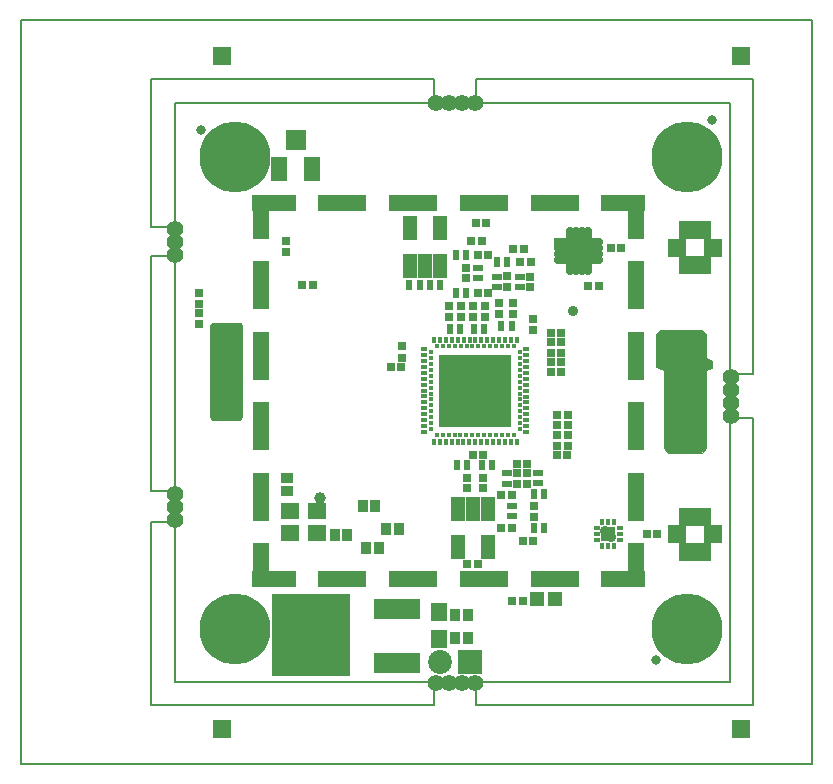
<source format=gts>
G04 (created by PCBNEW (2013-05-31 BZR 4019)-stable) date 11/04/2014 15:09:40*
%MOIN*%
G04 Gerber Fmt 3.4, Leading zero omitted, Abs format*
%FSLAX34Y34*%
G01*
G70*
G90*
G04 APERTURE LIST*
%ADD10C,0.00590551*%
%ADD11C,0.0077*%
%ADD12C,0.0314961*%
%ADD13C,0.0357*%
%ADD14C,0.0554*%
%ADD15R,0.0592X0.0592*%
%ADD16C,0.0395*%
%ADD17R,0.055X0.0588*%
%ADD18R,0.0588X0.055*%
%ADD19R,0.0273X0.0253*%
%ADD20R,0.0253X0.0273*%
%ADD21R,0.0337X0.0218*%
%ADD22R,0.0218X0.0337*%
%ADD23R,0.0353X0.0392*%
%ADD24R,0.0392X0.0353*%
%ADD25R,0.0273X0.0273*%
%ADD26C,0.2365*%
%ADD27R,0.1571X0.0704*%
%ADD28R,0.2594X0.2752*%
%ADD29R,0.0514X0.0514*%
%ADD30R,0.0797X0.0797*%
%ADD31C,0.0797*%
%ADD32R,0.0453X0.0803*%
%ADD33R,0.0823X0.0823*%
%ADD34O,0.0271X0.0489*%
%ADD35O,0.0276X0.0489*%
%ADD36O,0.0272X0.0489*%
%ADD37O,0.0489X0.0272*%
%ADD38R,0.0489X0.0272*%
%ADD39O,0.0489X0.0276*%
%ADD40R,0.0357X0.0409*%
%ADD41R,0.022X0.0314*%
%ADD42R,0.0476X0.0295*%
%ADD43R,0.0527X0.0295*%
%ADD44R,0.0554X0.0295*%
%ADD45R,0.0759X0.0295*%
%ADD46R,0.0219X0.0295*%
%ADD47R,0.0219X0.0283*%
%ADD48R,0.022X0.0295*%
%ADD49R,0.0219X0.0371*%
%ADD50R,0.0219X0.0542*%
%ADD51R,0.0219X0.0504*%
%ADD52R,0.0219X0.0294*%
%ADD53R,0.0219X0.0409*%
%ADD54R,0.0219X0.058*%
%ADD55R,0.0219X0.0675*%
%ADD56R,0.0219X0.0789*%
%ADD57R,0.0219X0.0846*%
%ADD58R,0.0219X0.0903*%
%ADD59R,0.0219X0.0979*%
%ADD60R,0.0219X0.0485*%
%ADD61R,0.0219X0.0447*%
%ADD62R,0.0219X0.0428*%
%ADD63R,0.0219X0.039*%
%ADD64R,0.0219X0.0333*%
%ADD65R,0.0219X0.0276*%
%ADD66R,0.0219X0.0238*%
%ADD67R,0.0219X0.0637*%
%ADD68R,0.0219X0.0751*%
%ADD69R,0.0219X0.0314*%
%ADD70R,0.0219X0.0257*%
%ADD71R,0.022X0.034*%
%ADD72R,0.0219X0.0535*%
%ADD73R,0.0219X0.0352*%
%ADD74R,0.0219X0.0561*%
%ADD75R,0.0219X0.0599*%
%ADD76R,0.0219X0.0523*%
%ADD77R,0.0219X0.0466*%
%ADD78R,0.0791X0.0295*%
%ADD79R,0.0357X0.0295*%
%ADD80R,0.022X0.058*%
%ADD81R,0.0219X0.0618*%
%ADD82R,0.0495X0.0295*%
%ADD83R,0.0417X0.0295*%
%ADD84R,0.0924X0.0295*%
%ADD85R,0.0219X0.3981*%
%ADD86R,0.0129921X0.0248031*%
%ADD87R,0.0248031X0.0129921*%
%ADD88R,0.0464567X0.0464567*%
%ADD89R,0.240146X0.240146*%
%ADD90R,0.0235X0.0393*%
%ADD91R,0.0155X0.0155*%
%ADD92R,0.0155X0.0215*%
%ADD93R,0.0215X0.0155*%
%ADD94R,0.1649X0.0546*%
%ADD95R,0.1453X0.0546*%
%ADD96R,0.0546X0.1453*%
%ADD97R,0.0546X0.1649*%
%ADD98R,0.0711811X0.0711811*%
%ADD99R,0.0554331X0.0829921*%
%ADD100R,0.0593701X0.0593701*%
%ADD101R,0.106614X0.0613386*%
%ADD102C,0.0039*%
%ADD103C,0.01*%
G04 APERTURE END LIST*
G54D10*
G54D11*
X42606Y-52483D02*
X42606Y-27680D01*
X68983Y-52483D02*
X42606Y-52483D01*
X68983Y-27680D02*
X68983Y-52483D01*
X42606Y-27680D02*
X68983Y-27680D01*
X66228Y-30437D02*
X66228Y-39492D01*
X57764Y-30437D02*
X66228Y-30437D01*
X57764Y-29650D02*
X57764Y-30437D01*
X67016Y-29650D02*
X57764Y-29650D01*
X67016Y-39492D02*
X67016Y-29650D01*
X66228Y-39492D02*
X67016Y-39492D01*
X57764Y-50515D02*
X57764Y-49728D01*
X67016Y-50515D02*
X57764Y-50515D01*
X67016Y-40948D02*
X67016Y-50515D01*
X66228Y-40948D02*
X67016Y-40948D01*
X66228Y-49728D02*
X66228Y-40948D01*
X57764Y-49728D02*
X66228Y-49728D01*
X46936Y-50515D02*
X46936Y-44413D01*
X56386Y-50515D02*
X46936Y-50515D01*
X56386Y-49728D02*
X56386Y-50515D01*
X47724Y-49728D02*
X56386Y-49728D01*
X47724Y-44413D02*
X47724Y-49728D01*
X46936Y-44413D02*
X47724Y-44413D01*
X46936Y-43390D02*
X46936Y-35555D01*
X47724Y-43390D02*
X46936Y-43390D01*
X47724Y-35555D02*
X47724Y-43390D01*
X46936Y-35555D02*
X47724Y-35555D01*
X47724Y-30437D02*
X47724Y-34570D01*
X46936Y-34570D02*
X47724Y-34570D01*
X46936Y-29648D02*
X46936Y-34570D01*
X46936Y-29648D02*
X56384Y-29648D01*
X56384Y-29648D02*
X56384Y-30437D01*
X47724Y-30437D02*
X56384Y-30437D01*
G54D12*
X48590Y-31346D03*
X65629Y-31015D03*
X63771Y-49007D03*
G54D13*
X61386Y-35540D03*
X61024Y-35536D03*
X61024Y-35198D03*
X61394Y-35193D03*
G54D14*
X47725Y-34630D03*
X47725Y-35063D03*
X47725Y-35496D03*
X47725Y-44335D03*
X47725Y-43902D03*
X47725Y-43469D03*
X66268Y-39571D03*
X66268Y-40004D03*
X66268Y-40437D03*
X66268Y-40870D03*
G54D15*
X49299Y-51303D03*
X49299Y-51303D03*
X66622Y-51303D03*
X66622Y-51303D03*
X66621Y-28862D03*
X66621Y-28862D03*
G54D13*
X58299Y-40354D03*
X58299Y-39921D03*
X58082Y-40138D03*
X58515Y-40138D03*
X61011Y-37386D03*
X62078Y-44708D03*
X62275Y-44901D03*
X58732Y-40354D03*
X57866Y-40354D03*
X57433Y-40354D03*
X57000Y-40354D03*
X56783Y-40571D03*
X57216Y-40571D03*
X57653Y-40571D03*
X58082Y-40571D03*
X58515Y-40571D03*
X58515Y-41004D03*
X58082Y-41004D03*
X57653Y-41004D03*
X57216Y-41004D03*
X56783Y-41004D03*
X57000Y-40787D03*
X57433Y-40787D03*
X58299Y-40787D03*
X57866Y-40787D03*
X58732Y-40787D03*
X58732Y-39921D03*
X57866Y-39921D03*
X57433Y-39921D03*
X57000Y-39921D03*
X56783Y-40138D03*
X57216Y-40138D03*
X57653Y-40138D03*
X58515Y-39705D03*
X58082Y-39705D03*
X57653Y-39705D03*
X57216Y-39705D03*
X56783Y-39705D03*
X57000Y-39488D03*
X57433Y-39488D03*
X58299Y-39488D03*
X57866Y-39488D03*
X58732Y-39488D03*
X58732Y-39055D03*
X57866Y-39055D03*
X58299Y-39055D03*
X57433Y-39055D03*
X57000Y-39055D03*
X56783Y-39272D03*
X57216Y-39272D03*
X57653Y-39272D03*
X58082Y-39272D03*
X58515Y-39272D03*
G54D16*
X52586Y-43621D03*
G54D17*
X56532Y-48310D03*
X56532Y-47406D03*
G54D18*
X51568Y-44036D03*
X52472Y-44036D03*
X51568Y-44772D03*
X52472Y-44772D03*
G54D19*
X51445Y-35036D03*
X51445Y-35406D03*
G54D20*
X61870Y-36559D03*
X61500Y-36559D03*
G54D19*
X60461Y-41890D03*
X60461Y-41520D03*
X55299Y-38559D03*
X55299Y-38929D03*
X60827Y-41504D03*
X60827Y-41874D03*
X60618Y-38784D03*
X60618Y-38414D03*
X60264Y-38402D03*
X60264Y-38772D03*
X59665Y-38024D03*
X59665Y-37654D03*
G54D21*
X58799Y-43133D03*
X58799Y-42793D03*
X57825Y-35952D03*
X57825Y-36292D03*
X59843Y-43123D03*
X59843Y-42783D03*
G54D22*
X58800Y-35740D03*
X58460Y-35740D03*
X57442Y-36787D03*
X57102Y-36787D03*
G54D21*
X58472Y-36568D03*
X58472Y-36228D03*
G54D22*
X57434Y-35512D03*
X57094Y-35512D03*
X58957Y-37870D03*
X58617Y-37870D03*
G54D21*
X59252Y-36247D03*
X59252Y-36587D03*
G54D22*
X58296Y-42520D03*
X57956Y-42520D03*
X57123Y-42500D03*
X57463Y-42500D03*
X59692Y-44606D03*
X60032Y-44606D03*
G54D21*
X58976Y-44225D03*
X58976Y-43885D03*
G54D22*
X59692Y-43484D03*
X60032Y-43484D03*
X57237Y-37984D03*
X56897Y-37984D03*
X56568Y-36500D03*
X56228Y-36500D03*
X55550Y-36496D03*
X55890Y-36496D03*
X58044Y-37992D03*
X57704Y-37992D03*
G54D23*
X57078Y-47500D03*
X57508Y-47500D03*
X57088Y-48284D03*
X57518Y-48284D03*
X54542Y-45276D03*
X54112Y-45276D03*
G54D24*
X51469Y-43372D03*
X51469Y-42943D03*
G54D23*
X53057Y-44851D03*
X53487Y-44851D03*
X55215Y-44638D03*
X54785Y-44638D03*
X53990Y-43882D03*
X54420Y-43882D03*
G54D25*
X59016Y-35305D03*
X59370Y-35305D03*
X59327Y-45031D03*
X59681Y-45031D03*
X58976Y-44606D03*
X58622Y-44606D03*
X59693Y-43878D03*
X59693Y-44232D03*
X58976Y-43504D03*
X58622Y-43504D03*
X59124Y-42776D03*
X59124Y-43130D03*
X59488Y-42776D03*
X59488Y-43130D03*
X59130Y-42477D03*
X59484Y-42477D03*
X59577Y-36584D03*
X59577Y-36230D03*
X57469Y-45799D03*
X57823Y-45799D03*
X57622Y-35059D03*
X57976Y-35059D03*
X58004Y-42933D03*
X58004Y-43287D03*
X57461Y-42933D03*
X57461Y-43287D03*
X57667Y-42165D03*
X58021Y-42165D03*
X59012Y-37480D03*
X59012Y-37126D03*
X59248Y-35744D03*
X59602Y-35744D03*
X58799Y-36575D03*
X58799Y-36221D03*
X57441Y-36289D03*
X57441Y-35935D03*
X51976Y-36496D03*
X52330Y-36496D03*
X57825Y-35522D03*
X58179Y-35522D03*
X58071Y-37579D03*
X58071Y-37225D03*
X57677Y-37579D03*
X57677Y-37225D03*
X57260Y-37575D03*
X57260Y-37221D03*
X57825Y-36781D03*
X58179Y-36781D03*
X57764Y-34433D03*
X58118Y-34433D03*
X56874Y-37567D03*
X56874Y-37213D03*
X58547Y-37480D03*
X58547Y-37126D03*
X62260Y-35279D03*
X62614Y-35279D03*
X48532Y-37130D03*
X48532Y-36776D03*
X48532Y-37457D03*
X48532Y-37811D03*
X60264Y-38110D03*
X60618Y-38110D03*
X60268Y-39083D03*
X60622Y-39083D03*
X60264Y-39406D03*
X60618Y-39406D03*
X60473Y-40831D03*
X60827Y-40831D03*
X60461Y-42173D03*
X60815Y-42173D03*
X55283Y-39252D03*
X54929Y-39252D03*
X60481Y-41173D03*
X60835Y-41173D03*
G54D26*
X49752Y-32228D03*
X64791Y-32228D03*
X64791Y-47975D03*
X49752Y-47975D03*
G54D27*
X55145Y-49107D03*
G54D28*
X52271Y-48173D03*
G54D27*
X55145Y-47309D03*
G54D20*
X59347Y-47051D03*
X58977Y-47051D03*
G54D29*
X60421Y-46992D03*
X59791Y-46992D03*
G54D15*
X49299Y-28862D03*
X49299Y-28862D03*
G54D14*
X56426Y-49768D03*
X56859Y-49768D03*
X57292Y-49768D03*
X57726Y-49768D03*
X56425Y-30437D03*
X56858Y-30437D03*
X57291Y-30437D03*
X57725Y-30437D03*
G54D30*
X57576Y-49079D03*
G54D31*
X56576Y-49079D03*
G54D32*
X57164Y-43981D03*
X57664Y-43981D03*
X58164Y-43981D03*
X58164Y-45232D03*
X57164Y-45232D03*
G54D33*
X61200Y-35379D03*
G54D34*
X61298Y-34799D03*
G54D35*
X61102Y-34799D03*
G54D34*
X60905Y-34799D03*
G54D35*
X61495Y-34799D03*
X61102Y-35959D03*
G54D36*
X60905Y-35960D03*
X61298Y-35960D03*
X61495Y-35960D03*
G54D37*
X60619Y-35281D03*
G54D38*
X60619Y-35084D03*
G54D37*
X60619Y-35477D03*
X60619Y-35674D03*
G54D39*
X61780Y-35281D03*
G54D37*
X61781Y-35084D03*
X61781Y-35477D03*
X61781Y-35674D03*
G54D32*
X56579Y-35874D03*
X56079Y-35874D03*
X55579Y-35874D03*
X55579Y-34623D03*
X56579Y-34623D03*
G54D40*
X65303Y-39141D03*
G54D41*
X65063Y-40479D03*
G54D42*
X64551Y-40832D03*
G54D43*
X64905Y-40832D03*
G54D44*
X64890Y-41137D03*
G54D45*
X64791Y-41438D03*
G54D46*
X65437Y-39141D03*
G54D47*
X64362Y-40940D03*
G54D48*
X64377Y-41328D03*
G54D47*
X64358Y-41334D03*
G54D49*
X64378Y-41479D03*
G54D50*
X65043Y-39587D03*
G54D51*
X65059Y-39606D03*
G54D46*
X65063Y-40224D03*
G54D48*
X65044Y-40224D03*
G54D52*
X65059Y-39826D03*
G54D53*
X63960Y-38571D03*
G54D54*
X63979Y-38561D03*
G54D55*
X63998Y-38571D03*
G54D56*
X64017Y-38571D03*
G54D57*
X64036Y-38561D03*
G54D58*
X64055Y-38571D03*
G54D59*
X64074Y-38571D03*
G54D60*
X64093Y-38837D03*
X64093Y-38305D03*
G54D61*
X64112Y-38875D03*
X64112Y-38267D03*
G54D62*
X64131Y-38903D03*
G54D53*
X64131Y-38229D03*
G54D63*
X64150Y-38922D03*
G54D49*
X64150Y-38210D03*
G54D64*
X64169Y-38932D03*
X64169Y-38210D03*
G54D46*
X64188Y-38932D03*
G54D61*
X64188Y-38571D03*
G54D65*
X64188Y-38200D03*
G54D66*
X64207Y-38941D03*
G54D50*
X64207Y-38561D03*
G54D66*
X64207Y-38200D03*
G54D67*
X64226Y-38571D03*
G54D55*
X64245Y-38571D03*
G54D68*
X64264Y-38571D03*
G54D62*
X64283Y-38751D03*
G54D53*
X64283Y-38381D03*
G54D49*
X64302Y-38780D03*
X64302Y-38362D03*
G54D69*
X64321Y-38789D03*
X64321Y-38352D03*
G54D70*
X64340Y-38799D03*
X64340Y-38343D03*
G54D64*
X64359Y-41915D03*
G54D71*
X64358Y-41464D03*
G54D72*
X64362Y-40712D03*
G54D69*
X64359Y-40024D03*
G54D51*
X64359Y-39606D03*
G54D46*
X64359Y-38571D03*
G54D73*
X64378Y-41905D03*
G54D46*
X64378Y-40946D03*
G54D74*
X64378Y-40699D03*
G54D73*
X64378Y-40024D03*
G54D50*
X64378Y-39587D03*
G54D53*
X64378Y-38571D03*
G54D73*
X64397Y-41905D03*
G54D49*
X64397Y-41478D03*
G54D46*
X64397Y-41326D03*
X64397Y-40946D03*
G54D54*
X64397Y-40689D03*
G54D73*
X64397Y-40024D03*
G54D54*
X64397Y-39568D03*
G54D60*
X64397Y-38571D03*
G54D73*
X64416Y-41905D03*
G54D49*
X64416Y-41478D03*
G54D46*
X64416Y-41307D03*
X64416Y-40965D03*
G54D75*
X64416Y-40680D03*
G54D73*
X64416Y-40024D03*
G54D75*
X64416Y-39559D03*
G54D76*
X64416Y-38571D03*
G54D49*
X64435Y-41896D03*
X64435Y-41478D03*
G54D46*
X64435Y-41307D03*
X64435Y-40965D03*
G54D64*
X64435Y-40528D03*
G54D49*
X64435Y-40034D03*
G54D73*
X64435Y-39416D03*
G54D46*
X64435Y-38685D03*
X64435Y-38457D03*
G54D49*
X64454Y-41896D03*
X64454Y-41478D03*
G54D46*
X64454Y-41288D03*
X64454Y-40984D03*
G54D69*
X64454Y-40499D03*
G54D63*
X64454Y-40024D03*
G54D64*
X64454Y-39388D03*
G54D66*
X64454Y-38694D03*
X64454Y-38447D03*
G54D49*
X64473Y-41896D03*
G54D63*
X64473Y-41487D03*
G54D46*
X64473Y-41288D03*
X64473Y-40984D03*
X64473Y-40490D03*
G54D65*
X64473Y-40081D03*
G54D46*
X64473Y-39977D03*
G54D69*
X64473Y-39359D03*
G54D49*
X64492Y-41896D03*
G54D63*
X64492Y-41487D03*
G54D46*
X64492Y-41269D03*
G54D65*
X64492Y-40993D03*
G54D46*
X64492Y-40490D03*
X64492Y-40091D03*
G54D65*
X64492Y-39967D03*
G54D69*
X64492Y-39359D03*
G54D63*
X64511Y-41886D03*
X64511Y-41487D03*
G54D46*
X64511Y-41269D03*
X64511Y-41003D03*
X64511Y-40471D03*
X64511Y-40091D03*
X64511Y-39958D03*
G54D69*
X64511Y-39340D03*
G54D65*
X64530Y-41829D03*
G54D63*
X64530Y-41487D03*
G54D46*
X64530Y-41250D03*
G54D65*
X64530Y-41012D03*
G54D46*
X64530Y-40471D03*
X64530Y-40091D03*
X64530Y-39958D03*
X64530Y-39331D03*
G54D65*
X64549Y-41829D03*
G54D53*
X64549Y-41497D03*
G54D46*
X64549Y-41250D03*
X64549Y-41022D03*
X64549Y-40471D03*
G54D65*
X64549Y-40100D03*
G54D46*
X64549Y-39958D03*
X64549Y-39331D03*
X64568Y-41820D03*
X64568Y-41554D03*
X64568Y-41231D03*
G54D65*
X64568Y-41031D03*
G54D46*
X64568Y-40471D03*
X64568Y-40110D03*
G54D65*
X64568Y-39948D03*
G54D77*
X64568Y-38789D03*
G54D51*
X64568Y-38333D03*
G54D65*
X64587Y-41810D03*
X64587Y-41563D03*
G54D46*
X64587Y-41231D03*
X64587Y-41041D03*
X64587Y-40471D03*
X64587Y-40110D03*
X64587Y-39939D03*
G54D60*
X64587Y-38780D03*
G54D51*
X64587Y-38333D03*
G54D65*
X64606Y-41810D03*
G54D46*
X64606Y-41573D03*
X64606Y-41212D03*
G54D65*
X64606Y-41050D03*
G54D46*
X64606Y-40490D03*
G54D65*
X64606Y-40119D03*
G54D46*
X64606Y-39939D03*
G54D76*
X64606Y-38761D03*
G54D51*
X64606Y-38333D03*
G54D65*
X64625Y-41810D03*
G54D46*
X64625Y-41573D03*
X64625Y-41212D03*
X64625Y-41060D03*
G54D69*
X64625Y-40499D03*
G54D46*
X64625Y-40129D03*
X64625Y-39939D03*
G54D76*
X64625Y-38761D03*
G54D51*
X64625Y-38333D03*
G54D46*
X64644Y-41801D03*
X64644Y-41573D03*
X64644Y-41193D03*
G54D65*
X64644Y-41069D03*
G54D69*
X64644Y-40518D03*
G54D46*
X64644Y-40129D03*
X64644Y-39920D03*
G54D64*
X64644Y-38647D03*
G54D65*
X64663Y-41791D03*
X64663Y-41582D03*
G54D63*
X64663Y-41126D03*
G54D73*
X64663Y-40537D03*
G54D46*
X64663Y-40129D03*
X64663Y-39920D03*
X64663Y-38628D03*
G54D65*
X64682Y-41791D03*
G54D46*
X64682Y-41592D03*
G54D49*
X64682Y-41136D03*
G54D75*
X64682Y-40680D03*
G54D65*
X64682Y-40138D03*
G54D46*
X64682Y-39920D03*
X64682Y-38609D03*
G54D65*
X64701Y-41791D03*
G54D46*
X64701Y-41592D03*
G54D73*
X64701Y-41126D03*
G54D54*
X64701Y-40689D03*
G54D46*
X64701Y-40148D03*
X64701Y-39901D03*
G54D78*
X64704Y-39711D03*
G54D79*
X64701Y-38875D03*
G54D46*
X64701Y-38609D03*
G54D79*
X64701Y-38438D03*
G54D46*
X64720Y-41782D03*
G54D65*
X64720Y-41601D03*
G54D64*
X64720Y-41136D03*
G54D50*
X64720Y-40708D03*
G54D46*
X64720Y-40148D03*
X64720Y-39901D03*
G54D65*
X64720Y-38618D03*
G54D45*
X64791Y-41934D03*
G54D65*
X64739Y-41772D03*
X64739Y-41601D03*
G54D76*
X64739Y-40718D03*
G54D46*
X64739Y-40148D03*
X64739Y-39901D03*
X64739Y-38628D03*
G54D65*
X64758Y-41772D03*
G54D46*
X64758Y-41611D03*
X64758Y-40604D03*
G54D69*
X64758Y-40157D03*
G54D46*
X64758Y-39901D03*
G54D69*
X64758Y-38637D03*
G54D46*
X64777Y-41763D03*
X64777Y-41611D03*
G54D69*
X64777Y-40594D03*
G54D80*
X64777Y-40024D03*
G54D76*
X64777Y-38761D03*
G54D61*
X64777Y-38362D03*
G54D65*
X64796Y-41753D03*
X64796Y-41620D03*
G54D46*
X64796Y-40585D03*
G54D54*
X64796Y-40024D03*
G54D51*
X64796Y-38770D03*
G54D61*
X64796Y-38362D03*
G54D65*
X64815Y-41753D03*
X64815Y-41620D03*
G54D69*
X64815Y-40575D03*
G54D54*
X64815Y-40024D03*
G54D60*
X64815Y-38780D03*
G54D61*
X64815Y-38362D03*
G54D65*
X64834Y-41753D03*
G54D46*
X64834Y-41630D03*
G54D69*
X64834Y-40575D03*
G54D81*
X64834Y-40024D03*
G54D82*
X64701Y-39311D03*
G54D77*
X64834Y-38789D03*
G54D61*
X64834Y-38362D03*
G54D46*
X64853Y-41744D03*
X64853Y-41630D03*
X64853Y-40566D03*
X64853Y-40186D03*
X64853Y-39863D03*
G54D69*
X64853Y-39321D03*
X64853Y-38694D03*
G54D65*
X64872Y-41734D03*
X64872Y-41639D03*
G54D69*
X64872Y-40556D03*
G54D46*
X64872Y-40186D03*
X64872Y-39863D03*
X64872Y-39331D03*
X64872Y-38685D03*
G54D49*
X64891Y-41687D03*
G54D46*
X64891Y-40547D03*
X64891Y-40205D03*
X64891Y-39863D03*
G54D69*
X64891Y-39340D03*
G54D46*
X64891Y-38685D03*
G54D49*
X64910Y-41687D03*
G54D69*
X64910Y-40537D03*
G54D46*
X64910Y-40205D03*
X64910Y-39844D03*
X64910Y-39350D03*
X64910Y-38666D03*
G54D73*
X64929Y-41696D03*
G54D69*
X64929Y-40537D03*
G54D46*
X64929Y-40205D03*
X64929Y-39844D03*
G54D69*
X64929Y-39359D03*
G54D46*
X64929Y-38666D03*
G54D64*
X64948Y-41687D03*
G54D46*
X64948Y-40528D03*
X64948Y-40205D03*
X64948Y-39844D03*
G54D69*
X64948Y-39378D03*
G54D46*
X64948Y-38647D03*
G54D83*
X64945Y-38438D03*
G54D64*
X64967Y-41687D03*
G54D69*
X64967Y-40518D03*
G54D46*
X64967Y-40224D03*
X64967Y-39825D03*
G54D73*
X64967Y-39397D03*
G54D83*
X64945Y-38875D03*
G54D46*
X64967Y-38647D03*
G54D64*
X64986Y-41687D03*
G54D46*
X64986Y-40509D03*
G54D84*
X64712Y-40345D03*
G54D46*
X64986Y-40224D03*
X64986Y-39825D03*
G54D69*
X64986Y-39701D03*
G54D53*
X64986Y-39445D03*
G54D46*
X64986Y-39141D03*
X64986Y-38628D03*
X65005Y-41687D03*
G54D69*
X65005Y-40499D03*
G54D46*
X65005Y-40224D03*
X65005Y-39825D03*
G54D75*
X65005Y-39559D03*
G54D64*
X65005Y-39141D03*
G54D46*
X65005Y-38628D03*
X65024Y-41687D03*
X65024Y-40490D03*
X65024Y-40224D03*
X65024Y-39825D03*
G54D74*
X65024Y-39578D03*
G54D49*
X65024Y-39141D03*
G54D65*
X65024Y-38618D03*
G54D46*
X65043Y-41687D03*
G54D69*
X65043Y-40480D03*
G54D52*
X65043Y-39826D03*
G54D46*
X65043Y-38609D03*
G54D70*
X65062Y-41687D03*
G54D40*
X65110Y-39141D03*
G54D85*
X65195Y-40091D03*
X65214Y-40091D03*
X65233Y-40091D03*
G54D63*
X65386Y-39141D03*
G54D49*
X65404Y-39141D03*
G54D64*
X65421Y-39141D03*
G54D86*
X62185Y-45208D03*
X61988Y-45208D03*
X62381Y-45208D03*
X62381Y-44421D03*
X62185Y-44421D03*
X61988Y-44421D03*
G54D87*
X61791Y-45011D03*
X61791Y-44814D03*
X61791Y-44618D03*
X62578Y-44814D03*
X62578Y-44618D03*
X62578Y-45011D03*
G54D88*
X62185Y-44814D03*
G54D25*
X63464Y-44814D03*
X63818Y-44814D03*
G54D89*
X57751Y-40028D03*
G54D90*
X58242Y-40948D03*
X58242Y-40580D03*
X58242Y-40216D03*
X58242Y-39845D03*
X58242Y-39480D03*
X58242Y-39113D03*
X58437Y-39113D03*
X58439Y-39480D03*
X58439Y-39845D03*
X58439Y-40216D03*
X58439Y-40580D03*
X58439Y-40948D03*
X58827Y-40948D03*
X58827Y-40580D03*
X58827Y-40216D03*
X58827Y-39845D03*
X58827Y-39480D03*
X58827Y-39113D03*
X58630Y-39113D03*
X58630Y-39480D03*
X58630Y-39845D03*
X58630Y-40216D03*
X58630Y-40580D03*
X58630Y-40948D03*
X57462Y-40948D03*
X57462Y-40580D03*
X57462Y-40216D03*
X57462Y-39845D03*
X57462Y-39480D03*
X57462Y-39113D03*
X57657Y-39113D03*
X57659Y-39480D03*
X57659Y-39845D03*
X57659Y-40216D03*
X57659Y-40580D03*
X57659Y-40948D03*
X58047Y-40948D03*
X58047Y-40580D03*
X58047Y-40216D03*
X58047Y-39845D03*
X58047Y-39480D03*
X58047Y-39113D03*
X57850Y-39113D03*
X57850Y-39480D03*
X57850Y-39845D03*
X57850Y-40216D03*
X57850Y-40580D03*
X57850Y-40948D03*
X57067Y-40948D03*
X57067Y-40580D03*
X57067Y-40216D03*
X57067Y-39845D03*
X57067Y-39480D03*
X57067Y-39113D03*
X57264Y-39113D03*
X57265Y-39480D03*
X57265Y-39845D03*
X57265Y-40216D03*
X57265Y-40580D03*
X57265Y-40948D03*
X56875Y-40948D03*
X56875Y-40580D03*
X56875Y-40216D03*
X56875Y-39845D03*
X56875Y-39480D03*
X56875Y-39113D03*
G54D91*
X58836Y-38554D03*
X59033Y-38554D03*
X58638Y-38554D03*
X58441Y-38554D03*
X58245Y-38554D03*
X58048Y-38554D03*
X57851Y-38554D03*
X57655Y-38554D03*
X57458Y-38554D03*
X57260Y-38554D03*
X57063Y-38554D03*
X56866Y-38554D03*
X56671Y-38554D03*
G54D92*
X59130Y-38330D03*
X58933Y-38330D03*
X58738Y-38330D03*
X58541Y-38330D03*
X58343Y-38330D03*
X58146Y-38330D03*
X57950Y-38330D03*
X57753Y-38330D03*
X57556Y-38330D03*
X57360Y-38330D03*
X57163Y-38330D03*
X56966Y-38330D03*
X56768Y-38330D03*
X56571Y-38330D03*
G54D91*
X56473Y-38554D03*
G54D93*
X59453Y-38653D03*
G54D91*
X59228Y-38753D03*
G54D93*
X59453Y-38852D03*
X59453Y-39048D03*
X59453Y-39245D03*
X59453Y-39442D03*
X59453Y-39638D03*
X59451Y-39835D03*
X59453Y-40032D03*
X59453Y-40228D03*
X59453Y-40427D03*
X59453Y-40622D03*
X59453Y-40820D03*
X59453Y-41017D03*
X59453Y-41212D03*
X59453Y-41400D03*
G54D91*
X59228Y-38950D03*
X59228Y-39145D03*
X59228Y-39343D03*
X59228Y-39540D03*
X59228Y-39737D03*
X59228Y-39933D03*
X59228Y-40132D03*
X59228Y-40327D03*
X59228Y-40523D03*
X59228Y-40722D03*
X59228Y-40918D03*
X59228Y-41312D03*
X59228Y-41115D03*
X58830Y-41505D03*
X59026Y-41505D03*
X58633Y-41505D03*
X58436Y-41505D03*
X58238Y-41505D03*
X58043Y-41505D03*
X57846Y-41505D03*
X57648Y-41505D03*
X57451Y-41505D03*
X57255Y-41505D03*
X57058Y-41505D03*
X56860Y-41505D03*
X56665Y-41505D03*
G54D92*
X59123Y-41730D03*
X58926Y-41730D03*
X58731Y-41730D03*
X58535Y-41730D03*
X58338Y-41730D03*
X58141Y-41730D03*
X57943Y-41730D03*
X57746Y-41730D03*
X57550Y-41729D03*
X57353Y-41730D03*
X57156Y-41730D03*
X56960Y-41730D03*
X56763Y-41730D03*
X56566Y-41730D03*
G54D91*
X56468Y-41505D03*
G54D92*
X56368Y-41730D03*
X56374Y-38330D03*
G54D93*
X56051Y-38652D03*
G54D91*
X56276Y-38751D03*
G54D93*
X56051Y-38849D03*
X56051Y-39046D03*
X56051Y-39243D03*
X56051Y-39440D03*
X56051Y-39637D03*
X56051Y-39833D03*
X56051Y-40030D03*
X56051Y-40227D03*
X56051Y-40424D03*
X56051Y-40621D03*
X56051Y-40818D03*
X56051Y-41015D03*
X56051Y-41210D03*
X56051Y-41407D03*
G54D91*
X56276Y-38948D03*
X56276Y-39144D03*
X56276Y-39341D03*
X56276Y-39538D03*
X56276Y-39735D03*
X56276Y-39932D03*
X56276Y-40129D03*
X56276Y-40326D03*
X56276Y-40522D03*
X56276Y-40719D03*
X56276Y-40916D03*
X56276Y-41310D03*
X56276Y-41113D03*
G54D90*
X56679Y-39113D03*
X56679Y-39480D03*
X56679Y-39845D03*
X56679Y-40216D03*
X56679Y-40580D03*
X56679Y-40948D03*
G54D94*
X60400Y-33783D03*
X58038Y-33783D03*
X55676Y-33783D03*
X53313Y-33783D03*
G54D95*
X51051Y-33783D03*
G54D96*
X50599Y-34235D03*
G54D97*
X63116Y-36500D03*
X63116Y-38862D03*
X63116Y-41223D03*
X63116Y-43587D03*
G54D95*
X62663Y-46301D03*
G54D96*
X63116Y-45847D03*
X50599Y-45847D03*
G54D95*
X51051Y-46301D03*
G54D94*
X53313Y-46301D03*
X55676Y-46301D03*
X58038Y-46301D03*
X60400Y-46301D03*
G54D97*
X50599Y-43587D03*
X50599Y-41223D03*
X50599Y-38862D03*
X50599Y-36500D03*
G54D95*
X62663Y-33783D03*
G54D96*
X63116Y-34235D03*
G54D98*
X51771Y-31677D03*
G54D99*
X51222Y-32637D03*
X52320Y-32637D03*
G54D100*
X65669Y-35267D03*
X64488Y-35267D03*
G54D101*
X65078Y-35848D03*
X65078Y-34687D03*
G54D100*
X65665Y-44814D03*
X64484Y-44814D03*
G54D101*
X65074Y-45395D03*
X65074Y-44234D03*
G54D10*
G36*
X65649Y-39277D02*
X65452Y-39356D01*
X65452Y-41960D01*
X65306Y-42106D01*
X64181Y-42106D01*
X64035Y-41960D01*
X64035Y-39357D01*
X63759Y-39239D01*
X63759Y-38158D01*
X63906Y-38011D01*
X65306Y-38011D01*
X65452Y-38158D01*
X65452Y-38950D01*
X65649Y-39029D01*
X65649Y-39277D01*
X65649Y-39277D01*
G37*
G54D102*
X65649Y-39277D02*
X65452Y-39356D01*
X65452Y-41960D01*
X65306Y-42106D01*
X64181Y-42106D01*
X64035Y-41960D01*
X64035Y-39357D01*
X63759Y-39239D01*
X63759Y-38158D01*
X63906Y-38011D01*
X65306Y-38011D01*
X65452Y-38158D01*
X65452Y-38950D01*
X65649Y-39029D01*
X65649Y-39277D01*
G54D10*
G36*
X49950Y-40918D02*
X49866Y-40973D01*
X48997Y-40973D01*
X48947Y-40924D01*
X48947Y-37855D01*
X48997Y-37805D01*
X49900Y-37805D01*
X49950Y-37855D01*
X49950Y-40918D01*
X49950Y-40918D01*
G37*
G54D103*
X49950Y-40918D02*
X49866Y-40973D01*
X48997Y-40973D01*
X48947Y-40924D01*
X48947Y-37855D01*
X48997Y-37805D01*
X49900Y-37805D01*
X49950Y-37855D01*
X49950Y-40918D01*
M02*

</source>
